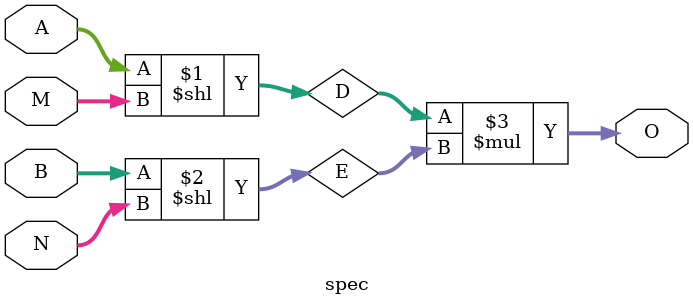
<source format=v>
module spec(A, B, M, N, O) ;
    input [15:0] A, B;
    input [3:0] M, N;
    output [62:0] O;
    wire [30:0] D;
    wire [30:0] E;
    assign D = A << M;
    assign E = B << N ;
    assign O = D * E;
endmodule


</source>
